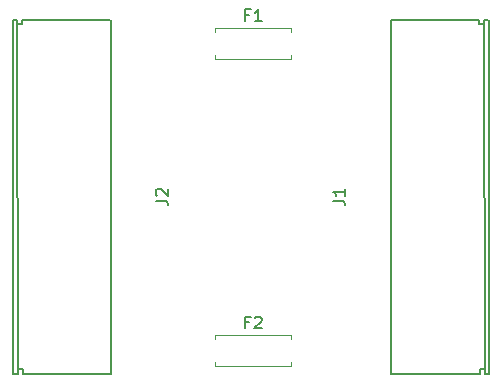
<source format=gbr>
G04 #@! TF.FileFunction,Legend,Top*
%FSLAX46Y46*%
G04 Gerber Fmt 4.6, Leading zero omitted, Abs format (unit mm)*
G04 Created by KiCad (PCBNEW 4.0.7) date 01/17/18 22:37:03*
%MOMM*%
%LPD*%
G01*
G04 APERTURE LIST*
%ADD10C,0.100000*%
%ADD11C,0.120000*%
%ADD12C,0.150000*%
G04 APERTURE END LIST*
D10*
D11*
X186980000Y-73020000D02*
X186980000Y-72690000D01*
X186980000Y-72690000D02*
X193400000Y-72690000D01*
X193400000Y-72690000D02*
X193400000Y-73020000D01*
X186980000Y-74980000D02*
X186980000Y-75310000D01*
X186980000Y-75310000D02*
X193400000Y-75310000D01*
X193400000Y-75310000D02*
X193400000Y-74980000D01*
X186980000Y-99020000D02*
X186980000Y-98690000D01*
X186980000Y-98690000D02*
X193400000Y-98690000D01*
X193400000Y-98690000D02*
X193400000Y-99020000D01*
X186980000Y-100980000D02*
X186980000Y-101310000D01*
X186980000Y-101310000D02*
X193400000Y-101310000D01*
X193400000Y-101310000D02*
X193400000Y-100980000D01*
D12*
X209700000Y-72400000D02*
X209800000Y-101600000D01*
X209300000Y-72000000D02*
X201900000Y-72000000D01*
X209300000Y-72400000D02*
X209300000Y-72000000D01*
X209700000Y-72400000D02*
X209300000Y-72400000D01*
X209700000Y-72000000D02*
X209700000Y-72400000D01*
X210100000Y-72000000D02*
X209700000Y-72000000D01*
X209400000Y-102000000D02*
X201900000Y-102000000D01*
X209400000Y-101600000D02*
X209400000Y-102000000D01*
X209800000Y-101600000D02*
X209400000Y-101600000D01*
X209800000Y-102000000D02*
X209800000Y-101600000D01*
X210100000Y-102000000D02*
X209800000Y-102000000D01*
X201850000Y-72000000D02*
X201850000Y-102000000D01*
X210150000Y-72000000D02*
X210150000Y-102000000D01*
X170300000Y-101600000D02*
X170200000Y-72400000D01*
X170700000Y-102000000D02*
X178100000Y-102000000D01*
X170700000Y-101600000D02*
X170700000Y-102000000D01*
X170300000Y-101600000D02*
X170700000Y-101600000D01*
X170300000Y-102000000D02*
X170300000Y-101600000D01*
X169900000Y-102000000D02*
X170300000Y-102000000D01*
X170600000Y-72000000D02*
X178100000Y-72000000D01*
X170600000Y-72400000D02*
X170600000Y-72000000D01*
X170200000Y-72400000D02*
X170600000Y-72400000D01*
X170200000Y-72000000D02*
X170200000Y-72400000D01*
X169900000Y-72000000D02*
X170200000Y-72000000D01*
X178150000Y-102000000D02*
X178150000Y-72000000D01*
X169850000Y-102000000D02*
X169850000Y-72000000D01*
X189856667Y-71618571D02*
X189523333Y-71618571D01*
X189523333Y-72142381D02*
X189523333Y-71142381D01*
X189999524Y-71142381D01*
X190904286Y-72142381D02*
X190332857Y-72142381D01*
X190618571Y-72142381D02*
X190618571Y-71142381D01*
X190523333Y-71285238D01*
X190428095Y-71380476D01*
X190332857Y-71428095D01*
X189856667Y-97618571D02*
X189523333Y-97618571D01*
X189523333Y-98142381D02*
X189523333Y-97142381D01*
X189999524Y-97142381D01*
X190332857Y-97237619D02*
X190380476Y-97190000D01*
X190475714Y-97142381D01*
X190713810Y-97142381D01*
X190809048Y-97190000D01*
X190856667Y-97237619D01*
X190904286Y-97332857D01*
X190904286Y-97428095D01*
X190856667Y-97570952D01*
X190285238Y-98142381D01*
X190904286Y-98142381D01*
X196952381Y-87333333D02*
X197666667Y-87333333D01*
X197809524Y-87380953D01*
X197904762Y-87476191D01*
X197952381Y-87619048D01*
X197952381Y-87714286D01*
X197952381Y-86333333D02*
X197952381Y-86904762D01*
X197952381Y-86619048D02*
X196952381Y-86619048D01*
X197095238Y-86714286D01*
X197190476Y-86809524D01*
X197238095Y-86904762D01*
X181952381Y-87333333D02*
X182666667Y-87333333D01*
X182809524Y-87380953D01*
X182904762Y-87476191D01*
X182952381Y-87619048D01*
X182952381Y-87714286D01*
X182047619Y-86904762D02*
X182000000Y-86857143D01*
X181952381Y-86761905D01*
X181952381Y-86523809D01*
X182000000Y-86428571D01*
X182047619Y-86380952D01*
X182142857Y-86333333D01*
X182238095Y-86333333D01*
X182380952Y-86380952D01*
X182952381Y-86952381D01*
X182952381Y-86333333D01*
M02*

</source>
